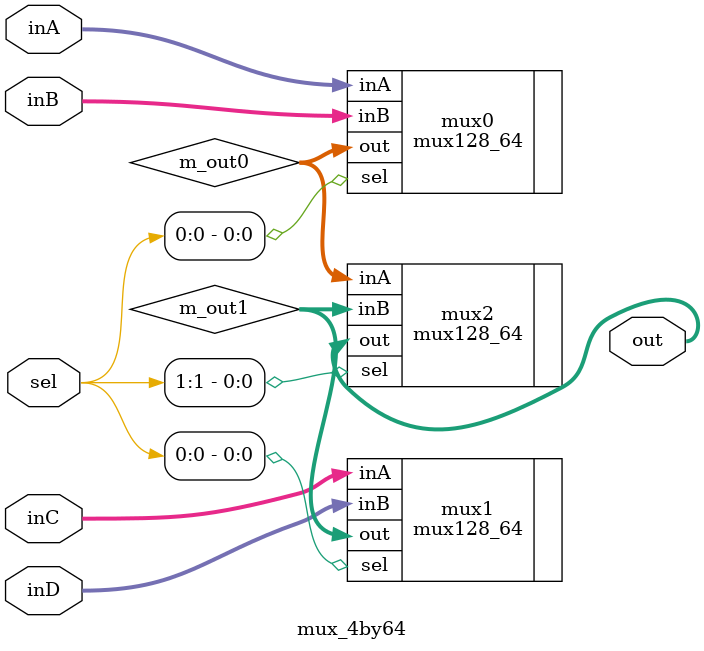
<source format=v>
module mux_4by64 (inA, inB, inC, inD, sel, out);
    
    input [63:0] inA;
    input [63:0] inB;
    input [63:0] inC;
    input [63:0] inD;
    input [1:0] sel;
    
    output [63:0] out;
    
    wire [63:0] m_out0;
    wire [63:0] m_out1;
    
    
    mux128_64 mux0 (.inA(inA[63:0]), .inB(inB[63:0]), .sel(sel[0]), .out(m_out0[63:0]));
    mux128_64 mux1 (.inA(inC[63:0]), .inB(inD[63:0]), .sel(sel[0]), .out(m_out1[63:0]));
    
    mux128_64 mux2 (.inA(m_out0[63:0]), .inB(m_out1[63:0]), .sel(sel[1]), .out(out[63:0]));
    
endmodule

</source>
